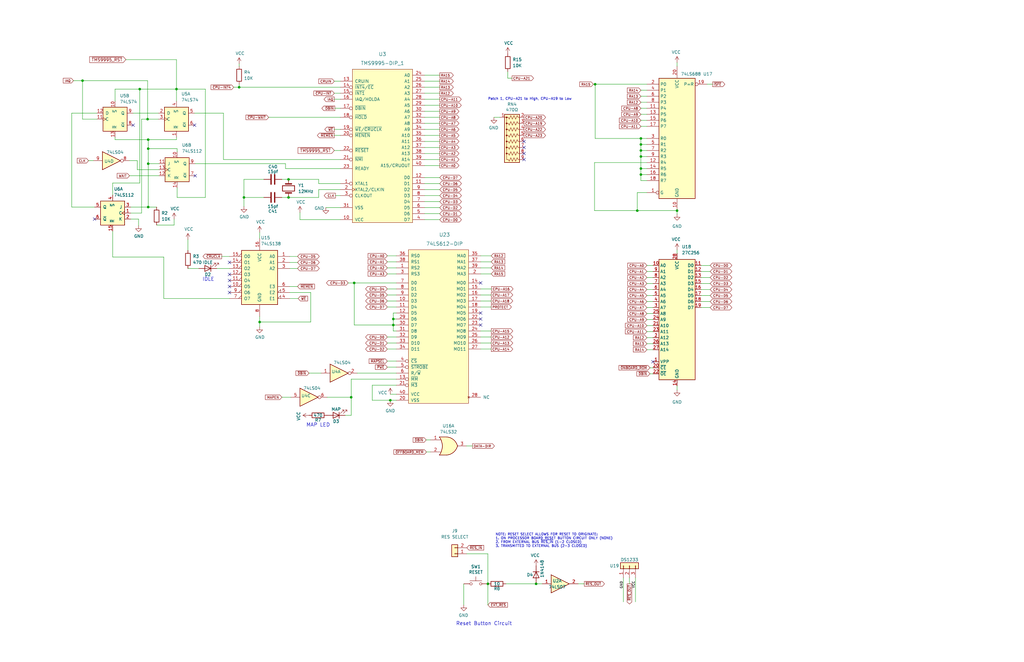
<source format=kicad_sch>
(kicad_sch (version 20211123) (generator eeschema)
  (paper "USLedger")
  (title_block (title "Duodyne TMS9995 CPU board") (date "2025-03-31") (rev "V1.1"))
  (lib_symbols
    (symbol "74xx:74LS04"
      (property "Reference" "U" (at 0 1.27 0))
      (property "Value" "74LS04" (at 0 -1.27 0))
      (symbol "74LS04_1_0"
        (pin input line (at -7.62 0 0) (length 3.81) (name "~") (number "1"))
        (pin output inverted (at 7.62 0 180) (length 3.81) (name "~") (number "2"))
      )
      (symbol "74LS04_2_0"
        (pin input line (at -7.62 0 0) (length 3.81) (name "~") (number "3"))
        (pin output inverted (at 7.62 0 180) (length 3.81) (name "~") (number "4"))
      )
      (symbol "74LS04_3_0"
        (pin input line (at -7.62 0 0) (length 3.81) (name "~") (number "5"))
        (pin output inverted (at 7.62 0 180) (length 3.81) (name "~") (number "6"))
      )
      (symbol "74LS04_4_0"
        (pin output inverted (at 7.62 0 180) (length 3.81) (name "~") (number "8"))
        (pin input line (at -7.62 0 0) (length 3.81) (name "~") (number "9"))
      )
      (symbol "74LS04_5_0"
        (pin output inverted (at 7.62 0 180) (length 3.81) (name "~") (number "10"))
        (pin input line (at -7.62 0 0) (length 3.81) (name "~") (number "11"))
      )
      (symbol "74LS04_6_0"
        (pin output inverted (at 7.62 0 180) (length 3.81) (name "~") (number "12"))
        (pin input line (at -7.62 0 0) (length 3.81) (name "~") (number "13"))
      )
      (symbol "74LS04_7_0"
        (pin power_in line (at 0 12.7 270) (length 5.08) (name "VCC") (number "14"))
        (pin power_in line (at 0 -12.7 90) (length 5.08) (name "GND") (number "7"))
      )
    )
    (symbol "74xx:74LS07" (pin_names (offset 1.016))
      (property "Reference" "U" (at 0 1.27 0))
      (property "Value" "74LS07" (at 0 -1.27 0))
      (symbol "74LS07_1_0"
        (pin input line (at -7.62 0 0) (length 3.81) (name "~") (number "1"))
        (pin open_collector line (at 7.62 0 180) (length 3.81) (name "~") (number "2"))
      )
      (symbol "74LS07_2_0"
        (pin input line (at -7.62 0 0) (length 3.81) (name "~") (number "3"))
        (pin open_collector line (at 7.62 0 180) (length 3.81) (name "~") (number "4"))
      )
      (symbol "74LS07_3_0"
        (pin input line (at -7.62 0 0) (length 3.81) (name "~") (number "5"))
        (pin open_collector line (at 7.62 0 180) (length 3.81) (name "~") (number "6"))
      )
      (symbol "74LS07_4_0"
        (pin open_collector line (at 7.62 0 180) (length 3.81) (name "~") (number "8"))
        (pin input line (at -7.62 0 0) (length 3.81) (name "~") (number "9"))
      )
      (symbol "74LS07_5_0"
        (pin open_collector line (at 7.62 0 180) (length 3.81) (name "~") (number "10"))
        (pin input line (at -7.62 0 0) (length 3.81) (name "~") (number "11"))
      )
      (symbol "74LS07_6_0"
        (pin open_collector line (at 7.62 0 180) (length 3.81) (name "~") (number "12"))
        (pin input line (at -7.62 0 0) (length 3.81) (name "~") (number "13"))
      )
      (symbol "74LS07_7_0"
        (pin power_in line (at 0 12.7 270) (length 5.08) (name "VCC") (number "14"))
        (pin power_in line (at 0 -12.7 90) (length 5.08) (name "GND") (number "7"))
      )
    )
    (symbol "74xx:74LS112" (pin_names (offset 1.016))
      (property "Reference" "U" (at -7.62 8.89 0))
      (property "Value" "74LS112" (at -7.62 -8.89 0))
      (symbol "74LS112_1_0"
        (pin input clock (at -7.62 0 0) (length 2.54) (name "C") (number "1"))
        (pin input line (at 0 -7.62 90) (length 2.54) (name "~{R}") (number "15"))
        (pin input line (at -7.62 -2.54 0) (length 2.54) (name "K") (number "2"))
        (pin input line (at -7.62 2.54 0) (length 2.54) (name "J") (number "3"))
        (pin input line (at 0 7.62 270) (length 2.54) (name "~{S}") (number "4"))
        (pin output line (at 7.62 2.54 180) (length 2.54) (name "Q") (number "5"))
        (pin output line (at 7.62 -2.54 180) (length 2.54) (name "~{Q}") (number "6"))
      )
      (symbol "74LS112_2_0"
        (pin input line (at 0 7.62 270) (length 2.54) (name "~{S}") (number "10"))
        (pin input line (at -7.62 2.54 0) (length 2.54) (name "J") (number "11"))
        (pin input line (at -7.62 -2.54 0) (length 2.54) (name "K") (number "12"))
        (pin input clock (at -7.62 0 0) (length 2.54) (name "C") (number "13"))
        (pin input line (at 0 -7.62 90) (length 2.54) (name "~{R}") (number "14"))
        (pin output line (at 7.62 -2.54 180) (length 2.54) (name "~{Q}") (number "7"))
        (pin output line (at 7.62 2.54 180) (length 2.54) (name "Q") (number "9"))
      )
      (symbol "74LS112_3_0"
        (pin power_in line (at 0 10.16 270) (length 2.54) (name "VCC") (number "16"))
        (pin power_in line (at 0 -10.16 90) (length 2.54) (name "GND") (number "8"))
      )
    )
    (symbol "74xx:74LS138" (pin_names (offset 1.016))
      (property "Reference" "U" (at -7.62 11.43 0))
      (property "Value" "74LS138" (at -7.62 -13.97 0))
      (symbol "74LS138_1_0"
        (pin input line (at -12.7 7.62 0) (length 5.08) (name "A0") (number "1"))
        (pin output output_low (at 12.7 -5.08 180) (length 5.08) (name "O5") (number "10"))
        (pin output output_low (at 12.7 -2.54 180) (length 5.08) (name "O4") (number "11"))
        (pin output output_low (at 12.7 0 180) (length 5.08) (name "O3") (number "12"))
        (pin output output_low (at 12.7 2.54 180) (length 5.08) (name "O2") (number "13"))
        (pin output output_low (at 12.7 5.08 180) (length 5.08) (name "O1") (number "14"))
        (pin output output_low (at 12.7 7.62 180) (length 5.08) (name "O0") (number "15"))
        (pin power_in line (at 0 15.24 270) (length 5.08) (name "VCC") (number "16"))
        (pin input line (at -12.7 5.08 0) (length 5.08) (name "A1") (number "2"))
        (pin input line (at -12.7 2.54 0) (length 5.08) (name "A2") (number "3"))
        (pin input input_low (at -12.7 -10.16 0) (length 5.08) (name "E1") (number "4"))
        (pin input input_low (at -12.7 -7.62 0) (length 5.08) (name "E2") (number "5"))
        (pin input line (at -12.7 -5.08 0) (length 5.08) (name "E3") (number "6"))
        (pin output output_low (at 12.7 -10.16 180) (length 5.08) (name "O7") (number "7"))
        (pin power_in line (at 0 -17.78 90) (length 5.08) (name "GND") (number "8"))
        (pin output output_low (at 12.7 -7.62 180) (length 5.08) (name "O6") (number "9"))
      )
    )
    (symbol "74xx:74LS32" (pin_names (offset 1.016))
      (property "Reference" "U" (at 0 1.27 0))
      (property "Value" "74LS32" (at 0 -1.27 0))
      (symbol "74LS32_1_1"
        (pin input line (at -7.62 2.54 0) (length 4.318) (name "~") (number "1"))
        (pin input line (at -7.62 -2.54 0) (length 4.318) (name "~") (number "2"))
        (pin output line (at 7.62 0 180) (length 3.81) (name "~") (number "3"))
      )
      (symbol "74LS32_1_2"
        (pin input inverted (at -7.62 2.54 0) (length 3.81) (name "~") (number "1"))
        (pin input inverted (at -7.62 -2.54 0) (length 3.81) (name "~") (number "2"))
        (pin output inverted (at 7.62 0 180) (length 3.81) (name "~") (number "3"))
      )
      (symbol "74LS32_2_1"
        (pin input line (at -7.62 2.54 0) (length 4.318) (name "~") (number "4"))
        (pin input line (at -7.62 -2.54 0) (length 4.318) (name "~") (number "5"))
        (pin output line (at 7.62 0 180) (length 3.81) (name "~") (number "6"))
      )
      (symbol "74LS32_2_2"
        (pin input inverted (at -7.62 2.54 0) (length 3.81) (name "~") (number "4"))
        (pin input inverted (at -7.62 -2.54 0) (length 3.81) (name "~") (number "5"))
        (pin output inverted (at 7.62 0 180) (length 3.81) (name "~") (number "6"))
      )
      (symbol "74LS32_3_1"
        (pin input line (at -7.62 -2.54 0) (length 4.318) (name "~") (number "10"))
        (pin output line (at 7.62 0 180) (length 3.81) (name "~") (number "8"))
        (pin input line (at -7.62 2.54 0) (length 4.318) (name "~") (number "9"))
      )
      (symbol "74LS32_3_2"
        (pin input inverted (at -7.62 -2.54 0) (length 3.81) (name "~") (number "10"))
        (pin output inverted (at 7.62 0 180) (length 3.81) (name "~") (number "8"))
        (pin input inverted (at -7.62 2.54 0) (length 3.81) (name "~") (number "9"))
      )
      (symbol "74LS32_4_1"
        (pin output line (at 7.62 0 180) (length 3.81) (name "~") (number "11"))
        (pin input line (at -7.62 2.54 0) (length 4.318) (name "~") (number "12"))
        (pin input line (at -7.62 -2.54 0) (length 4.318) (name "~") (number "13"))
      )
      (symbol "74LS32_4_2"
        (pin output inverted (at 7.62 0 180) (length 3.81) (name "~") (number "11"))
        (pin input inverted (at -7.62 2.54 0) (length 3.81) (name "~") (number "12"))
        (pin input inverted (at -7.62 -2.54 0) (length 3.81) (name "~") (number "13"))
      )
      (symbol "74LS32_5_0"
        (pin power_in line (at 0 12.7 270) (length 5.08) (name "VCC") (number "14"))
        (pin power_in line (at 0 -12.7 90) (length 5.08) (name "GND") (number "7"))
      )
    )
    (symbol "74xx:74LS688"
      (property "Reference" "U" (at -7.62 26.67 0))
      (property "Value" "74LS688" (at -7.62 -26.67 0))
      (symbol "74LS688_1_0"
        (pin input inverted (at -12.7 -22.86 0) (length 5.08) (name "G") (number "1"))
        (pin power_in line (at 0 -30.48 90) (length 5.08) (name "GND") (number "10"))
        (pin input line (at -12.7 12.7 0) (length 5.08) (name "P4") (number "11"))
        (pin input line (at -12.7 -10.16 0) (length 5.08) (name "R4") (number "12"))
        (pin input line (at -12.7 10.16 0) (length 5.08) (name "P5") (number "13"))
        (pin input line (at -12.7 -12.7 0) (length 5.08) (name "R5") (number "14"))
        (pin input line (at -12.7 7.62 0) (length 5.08) (name "P6") (number "15"))
        (pin input line (at -12.7 -15.24 0) (length 5.08) (name "R6") (number "16"))
        (pin input line (at -12.7 5.08 0) (length 5.08) (name "P7") (number "17"))
        (pin input line (at -12.7 -17.78 0) (length 5.08) (name "R7") (number "18"))
        (pin output inverted (at 12.7 22.86 180) (length 5.08) (name "P=R") (number "19"))
        (pin input line (at -12.7 22.86 0) (length 5.08) (name "P0") (number "2"))
        (pin power_in line (at 0 30.48 270) (length 5.08) (name "VCC") (number "20"))
        (pin input line (at -12.7 0 0) (length 5.08) (name "R0") (number "3"))
        (pin input line (at -12.7 20.32 0) (length 5.08) (name "P1") (number "4"))
        (pin input line (at -12.7 -2.54 0) (length 5.08) (name "R1") (number "5"))
        (pin input line (at -12.7 17.78 0) (length 5.08) (name "P2") (number "6"))
        (pin input line (at -12.7 -5.08 0) (length 5.08) (name "R2") (number "7"))
        (pin input line (at -12.7 15.24 0) (length 5.08) (name "P3") (number "8"))
        (pin input line (at -12.7 -7.62 0) (length 5.08) (name "R3") (number "9"))
      )
    )
    (symbol "74xx:74LS74" (pin_names (offset 1.016))
      (property "Reference" "U" (at -7.62 8.89 0))
      (property "Value" "74LS74" (at -7.62 -8.89 0))
      (symbol "74LS74_1_0"
        (pin input line (at 0 -7.62 90) (length 2.54) (name "~{R}") (number "1"))
        (pin input line (at -7.62 2.54 0) (length 2.54) (name "D") (number "2"))
        (pin input clock (at -7.62 0 0) (length 2.54) (name "C") (number "3"))
        (pin input line (at 0 7.62 270) (length 2.54) (name "~{S}") (number "4"))
        (pin output line (at 7.62 2.54 180) (length 2.54) (name "Q") (number "5"))
        (pin output line (at 7.62 -2.54 180) (length 2.54) (name "~{Q}") (number "6"))
      )
      (symbol "74LS74_2_0"
        (pin input line (at 0 7.62 270) (length 2.54) (name "~{S}") (number "10"))
        (pin input clock (at -7.62 0 0) (length 2.54) (name "C") (number "11"))
        (pin input line (at -7.62 2.54 0) (length 2.54) (name "D") (number "12"))
        (pin input line (at 0 -7.62 90) (length 2.54) (name "~{R}") (number "13"))
        (pin output line (at 7.62 -2.54 180) (length 2.54) (name "~{Q}") (number "8"))
        (pin output line (at 7.62 2.54 180) (length 2.54) (name "Q") (number "9"))
      )
      (symbol "74LS74_3_0"
        (pin power_in line (at 0 10.16 270) (length 2.54) (name "VCC") (number "14"))
        (pin power_in line (at 0 -10.16 90) (length 2.54) (name "GND") (number "7"))
      )
    )
    (symbol "CUSTOM_LIB:74LS612-DIP" (pin_names (offset 1.016))
      (property "Reference" "IC2" (at 15.24 6.35 0))
      (property "Value" "74LS612-DIP" (at 15.24 2.54 0))
      (symbol "74LS612-DIP_1_0"
        (pin input line (at -5.08 -7.62 0) (length 5.08) (name "RS2") (number "1"))
        (pin bidirectional line (at -5.08 -21.59 0) (length 5.08) (name "D3") (number "10"))
        (pin bidirectional line (at -5.08 -24.13 0) (length 5.08) (name "D4") (number "11"))
        (pin bidirectional line (at -5.08 -26.67 0) (length 5.08) (name "D5") (number "12"))
        (pin input inverted (at -5.08 -54.61 0) (length 5.08) (name "~{MM}") (number "13"))
        (pin output line (at 30.48 -13.97 180) (length 5.08) (name "MO0") (number "14"))
        (pin output line (at 30.48 -16.51 180) (length 5.08) (name "MO1") (number "15"))
        (pin output line (at 30.48 -19.05 180) (length 5.08) (name "MO2") (number "16"))
        (pin output line (at 30.48 -21.59 180) (length 5.08) (name "MO3") (number "17"))
        (pin output line (at 30.48 -24.13 180) (length 5.08) (name "MO4") (number "18"))
        (pin output line (at 30.48 -26.67 180) (length 5.08) (name "MO5") (number "19"))
        (pin input line (at 30.48 -10.16 180) (length 5.08) (name "MA3") (number "2"))
        (pin power_in line (at -5.08 -63.5 0) (length 5.08) (name "VSS") (number "20"))
        (pin input inverted (at -5.08 -57.15 0) (length 5.08) (name "~{M3}") (number "21"))
        (pin output line (at 30.48 -29.21 180) (length 5.08) (name "MO6") (number "22"))
        (pin output line (at 30.48 -31.75 180) (length 5.08) (name "MO7") (number "23"))
        (pin output line (at 30.48 -34.29 180) (length 5.08) (name "MO8") (number "24"))
        (pin output line (at 30.48 -36.83 180) (length 5.08) (name "MO9") (number "25"))
        (pin output line (at 30.48 -39.37 180) (length 5.08) (name "MO10") (number "26"))
        (pin output line (at 30.48 -41.91 180) (length 5.08) (name "MO11") (number "27"))
        (pin no_connect line (at 25.4 -62.23 0) (length 5.08) (name "NC") (number "28"))
        (pin bidirectional line (at -5.08 -29.21 0) (length 5.08) (name "D6") (number "29"))
        (pin input line (at -5.08 -10.16 0) (length 5.08) (name "RS3") (number "3"))
        (pin bidirectional line (at -5.08 -31.75 0) (length 5.08) (name "D7") (number "30"))
        (pin bidirectional line (at -5.08 -34.29 0) (length 5.08) (name "D8") (number "31"))
        (pin input line (at -5.08 -36.83 0) (length 5.08) (name "D9") (number "32"))
        (pin input line (at -5.08 -39.37 0) (length 5.08) (name "D10") (number "33"))
        (pin input line (at -5.08 -41.91 0) (length 5.08) (name "D11") (number "34"))
        (pin input line (at 30.48 -2.54 180) (length 5.08) (name "MA0") (number "35"))
        (pin input line (at -5.08 -2.54 0) (length 5.08) (name "RS0") (number "36"))
        (pin input line (at 30.48 -5.08 180) (length 5.08) (name "MA1") (number "37"))
        (pin input line (at -5.08 -5.08 0) (length 5.08) (name "RS1") (number "38"))
        (pin input line (at 30.48 -7.62 180) (length 5.08) (name "MA2") (number "39"))
        (pin input inverted (at -5.08 -46.99 0) (length 5.08) (name "~{CS}") (number "4"))
        (pin power_in line (at -5.08 -60.96 0) (length 5.08) (name "VCC") (number "40"))
        (pin input inverted (at -5.08 -49.53 0) (length 5.08) (name "~{STROBE}") (number "5"))
        (pin input line (at -5.08 -52.07 0) (length 5.08) (name "R/~{W}") (number "6"))
        (pin bidirectional line (at -5.08 -13.97 0) (length 5.08) (name "D0") (number "7"))
        (pin bidirectional line (at -5.08 -16.51 0) (length 5.08) (name "D1") (number "8"))
        (pin bidirectional line (at -5.08 -19.05 0) (length 5.08) (name "D2") (number "9"))
      )
    )
    (symbol "CUSTOM_LIB:TMS9995-DIP_1" (pin_names (offset 1.016))
      (property "Reference" "IC1" (at 12.7 5.715 0))
      (property "Value" "TMS9995-DIP_1" (at 12.7 1.905 0))
      (symbol "TMS9995-DIP_1_1_0"
        (pin input inverted (at -5.08 -48.26 0) (length 5.08) (name "XTAL1") (number "1"))
        (pin power_in line (at -5.08 -63.5 0) (length 5.08) (name "VCC") (number "10"))
        (pin bidirectional line (at 30.48 -48.26 180) (length 5.08) (name "D1") (number "11"))
        (pin bidirectional line (at 30.48 -45.72 180) (length 5.08) (name "D0") (number "12"))
        (pin input line (at -5.08 -5.08 0) (length 5.08) (name "CRUIN") (number "13"))
        (pin input inverted (at -5.08 -7.62 0) (length 5.08) (name "~{INT4}/~{EC}") (number "14"))
        (pin input inverted (at -5.08 -10.16 0) (length 5.08) (name "~{INT1}") (number "15"))
        (pin output line (at -5.08 -12.7 0) (length 5.08) (name "IAQ/HOLDA") (number "16"))
        (pin input inverted (at -5.08 -16.51 0) (length 5.08) (name "~{DBIN}") (number "17"))
        (pin input inverted (at -5.08 -20.32 0) (length 5.08) (name "~{HOLD}") (number "18"))
        (pin output inverted (at -5.08 -25.4 0) (length 5.08) (name "~{WE}/~{CRUCLK}") (number "19"))
        (pin input clock (at -5.08 -50.8 0) (length 5.08) (name "XTAL2/CLKIN") (number "2"))
        (pin output inverted (at -5.08 -27.94 0) (length 5.08) (name "~{MENEN}") (number "20"))
        (pin input inverted (at -5.08 -38.1 0) (length 5.08) (name "~{NMI}") (number "21"))
        (pin input inverted (at -5.08 -34.29 0) (length 5.08) (name "~{RESET}") (number "22"))
        (pin input line (at -5.08 -41.91 0) (length 5.08) (name "READY") (number "23"))
        (pin output line (at 30.48 -2.54 180) (length 5.08) (name "A0") (number "24"))
        (pin output line (at 30.48 -5.08 180) (length 5.08) (name "A1") (number "25"))
        (pin output line (at 30.48 -7.62 180) (length 5.08) (name "A2") (number "26"))
        (pin output line (at 30.48 -10.16 180) (length 5.08) (name "A3") (number "27"))
        (pin output line (at 30.48 -12.7 180) (length 5.08) (name "A4") (number "28"))
        (pin output line (at 30.48 -15.24 180) (length 5.08) (name "A5") (number "29"))
        (pin output inverted (at -5.08 -53.34 0) (length 5.08) (name "CLKOUT") (number "3"))
        (pin output line (at 30.48 -17.78 180) (length 5.08) (name "A6") (number "30"))
        (pin power_in line (at -5.08 -58.42 0) (length 5.08) (name "VSS") (number "31"))
        (pin output line (at 30.48 -20.32 180) (length 5.08) (name "A7") (number "32"))
        (pin output line (at 30.48 -22.86 180) (length 5.08) (name "A8") (number "33"))
        (pin output line (at 30.48 -25.4 180) (length 5.08) (name "A9") (number "34"))
        (pin output line (at 30.48 -27.94 180) (length 5.08) (name "A10") (number "35"))
        (pin output line (at 30.48 -30.48 180) (length 5.08) (name "A11") (number "36"))
        (pin output line (at 30.48 -33.02 180) (length 5.08) (name "A12") (number "37"))
        (pin output line (at 30.48 -35.56 180) (length 5.08) (name "A13") (number "38"))
        (pin output line (at 30.48 -38.1 180) (length 5.08) (name "A14") (number "39"))
        (pin bidirectional line (at 30.48 -63.5 180) (length 5.08) (name "D7") (number "4"))
        (pin output line (at 30.48 -40.64 180) (length 5.08) (name "A15/CRUOUT") (number "40"))
        (pin bidirectional line (at 30.48 -60.96 180) (length 5.08) (name "D6") (number "5"))
        (pin bidirectional line (at 30.48 -58.42 180) (length 5.08) (name "D5") (number "6"))
        (pin bidirectional line (at 30.48 -55.88 180) (length 5.08) (name "D4") (number "7"))
        (pin bidirectional line (at 30.48 -53.34 180) (length 5.08) (name "D3") (number "8"))
        (pin bidirectional line (at 30.48 -50.8 180) (length 5.08) (name "D2") (number "9"))
      )
    )
    (symbol "Connector_Generic:Conn_01x02" (pin_names (offset 1.016) hide)
      (property "Reference" "J" (at 0 2.54 0))
      (property "Value" "Conn_01x02" (at 0 -5.08 0))
      (symbol "Conn_01x02_1_1"
        (pin passive line (at -5.08 0 0) (length 3.81) (name "Pin_1") (number "1"))
        (pin passive line (at -5.08 -2.54 0) (length 3.81) (name "Pin_2") (number "2"))
      )
    )
    (symbol "Connector_Generic:Conn_01x03" (pin_names (offset 1.016) hide)
      (property "Reference" "J" (at 0 5.08 0))
      (property "Value" "Conn_01x03" (at 0 -5.08 0))
      (symbol "Conn_01x03_1_1"
        (pin passive line (at -5.08 2.54 0) (length 3.81) (name "Pin_1") (number "1"))
        (pin passive line (at -5.08 0 0) (length 3.81) (name "Pin_2") (number "2"))
        (pin passive line (at -5.08 -2.54 0) (length 3.81) (name "Pin_3") (number "3"))
      )
    )
    (symbol "Device:C" (pin_numbers hide) (pin_names (offset 0.254))
      (property "Reference" "C" (at 0.635 2.54 0))
      (property "Value" "C" (at 0.635 -2.54 0))
      (symbol "C_1_1"
        (pin passive line (at 0 3.81 270) (length 2.794) (name "~") (number "1"))
        (pin passive line (at 0 -3.81 90) (length 2.794) (name "~") (number "2"))
      )
    )
    (symbol "Device:Crystal" (pin_numbers hide) (pin_names (offset 1.016) hide)
      (property "Reference" "Y" (at 0 3.81 0))
      (property "Value" "Crystal" (at 0 -3.81 0))
      (symbol "Crystal_1_1"
        (pin passive line (at -3.81 0 0) (length 1.27) (name "1") (number "1"))
        (pin passive line (at 3.81 0 180) (length 1.27) (name "2") (number "2"))
      )
    )
    (symbol "Device:LED" (pin_numbers hide) (pin_names (offset 1.016) hide)
      (property "Reference" "D" (at 0 2.54 0))
      (property "Value" "LED" (at 0 -2.54 0))
      (symbol "LED_1_1"
        (pin passive line (at -3.81 0 0) (length 2.54) (name "K") (number "1"))
        (pin passive line (at 3.81 0 180) (length 2.54) (name "A") (number "2"))
      )
    )
    (symbol "Device:R" (pin_numbers hide) (pin_names (offset 0))
      (property "Reference" "R" (at 2.032 0 90))
      (property "Value" "R" (at 0 0 90))
      (symbol "R_1_1"
        (pin passive line (at 0 3.81 270) (length 1.27) (name "~") (number "1"))
        (pin passive line (at 0 -3.81 90) (length 1.27) (name "~") (number "2"))
      )
    )
    (symbol "Device:R_Network08_US" (pin_names (offset 0) hide)
      (property "Reference" "RN" (at -12.7 0 90))
      (property "Value" "R_Network08_US" (at 10.16 0 90))
      (symbol "R_Network08_US_1_1"
        (pin passive line (at -10.16 5.08 270) (length 2.54) (name "common") (number "1"))
        (pin passive line (at -10.16 -5.08 90) (length 1.27) (name "R1") (number "2"))
        (pin passive line (at -7.62 -5.08 90) (length 1.27) (name "R2") (number "3"))
        (pin passive line (at -5.08 -5.08 90) (length 1.27) (name "R3") (number "4"))
        (pin passive line (at -2.54 -5.08 90) (length 1.27) (name "R4") (number "5"))
        (pin passive line (at 0 -5.08 90) (length 1.27) (name "R5") (number "6"))
        (pin passive line (at 2.54 -5.08 90) (length 1.27) (name "R6") (number "7"))
        (pin passive line (at 5.08 -5.08 90) (length 1.27) (name "R7") (number "8"))
        (pin passive line (at 7.62 -5.08 90) (length 1.27) (name "R8") (number "9"))
      )
    )
    (symbol "Diode:1N4148" (pin_numbers hide) (pin_names hide)
      (property "Reference" "D" (at 0 2.54 0))
      (property "Value" "1N4148" (at 0 -2.54 0))
      (symbol "1N4148_1_1"
        (pin passive line (at -3.81 0 0) (length 2.54) (name "K") (number "1"))
        (pin passive line (at 3.81 0 180) (length 2.54) (name "A") (number "2"))
      )
    )
    (symbol "Memory_EPROM:27C256"
      (property "Reference" "U" (at -7.62 26.67 0))
      (property "Value" "27C256" (at 2.54 -26.67 0))
      (symbol "27C256_1_1"
        (pin input line (at -10.16 -17.78 0) (length 2.54) (name "VPP") (number "1"))
        (pin input line (at -10.16 22.86 0) (length 2.54) (name "A0") (number "10"))
        (pin tri_state line (at 10.16 22.86 180) (length 2.54) (name "D0") (number "11"))
        (pin tri_state line (at 10.16 20.32 180) (length 2.54) (name "D1") (number "12"))
        (pin tri_state line (at 10.16 17.78 180) (length 2.54) (name "D2") (number "13"))
        (pin power_in line (at 0 -27.94 90) (length 2.54) (name "GND") (number "14"))
        (pin tri_state line (at 10.16 15.24 180) (length 2.54) (name "D3") (number "15"))
        (pin tri_state line (at 10.16 12.7 180) (length 2.54) (name "D4") (number "16"))
        (pin tri_state line (at 10.16 10.16 180) (length 2.54) (name "D5") (number "17"))
        (pin tri_state line (at 10.16 7.62 180) (length 2.54) (name "D6") (number "18"))
        (pin tri_state line (at 10.16 5.08 180) (length 2.54) (name "D7") (number "19"))
        (pin input line (at -10.16 -7.62 0) (length 2.54) (name "A12") (number "2"))
        (pin input line (at -10.16 -20.32 0) (length 2.54) (name "~{CE}") (number "20"))
        (pin input line (at -10.16 -2.54 0) (length 2.54) (name "A10") (number "21"))
        (pin input line (at -10.16 -22.86 0) (length 2.54) (name "~{OE}") (number "22"))
        (pin input line (at -10.16 -5.08 0) (length 2.54) (name "A11") (number "23"))
        (pin input line (at -10.16 0 0) (length 2.54) (name "A9") (number "24"))
        (pin input line (at -10.16 2.54 0) (length 2.54) (name "A8") (number "25"))
        (pin input line (at -10.16 -10.16 0) (length 2.54) (name "A13") (number "26"))
        (pin input line (at -10.16 -12.7 0) (length 2.54) (name "A14") (number "27"))
        (pin power_in line (at 0 27.94 270) (length 2.54) (name "VCC") (number "28"))
        (pin input line (at -10.16 5.08 0) (length 2.54) (name "A7") (number "3"))
        (pin input line (at -10.16 7.62 0) (length 2.54) (name "A6") (number "4"))
        (pin input line (at -10.16 10.16 0) (length 2.54) (name "A5") (number "5"))
        (pin input line (at -10.16 12.7 0) (length 2.54) (name "A4") (number "6"))
        (pin input line (at -10.16 15.24 0) (length 2.54) (name "A3") (number "7"))
        (pin input line (at -10.16 17.78 0) (length 2.54) (name "A2") (number "8"))
        (pin input line (at -10.16 20.32 0) (length 2.54) (name "A1") (number "9"))
      )
    )
    (symbol "Switch:SW_Push" (pin_numbers hide) (pin_names (offset 1.016) hide)
      (property "Reference" "SW" (at 1.27 2.54 0))
      (property "Value" "SW_Push" (at 0 -1.524 0))
      (symbol "SW_Push_0_1"
        (pin passive line (at -5.08 0 0) (length 2.54) (name "1") (number "1"))
        (pin passive line (at 5.08 0 180) (length 2.54) (name "2") (number "2"))
      )
    )
    (symbol "power:GND" (power) (pin_names (offset 0))
      (property "Value" "GND" (at 0 -3.81 0))
      (symbol "GND_1_1"
        (pin power_in line (at 0 0 270) (length 0) hide (name "GND") (number "1"))
      )
    )
    (symbol "power:VCC" (power) (pin_names (offset 0))
      (property "Value" "VCC" (at 0 3.81 0))
      (symbol "VCC_1_1"
        (pin power_in line (at 0 0 90) (length 0) hide (name "VCC") (number "1"))
      )
    )
  )
  (junction (at 226.06 246.38))
  (junction (at 62.484 62.738))
  (junction (at 165.862 137.16))
  (junction (at 165.862 134.62))
  (junction (at 62.484 87.376))
  (junction (at 100.838 36.83))
  (junction (at 270.256 63.5))
  (junction (at 121.666 75.692))
  (junction (at 164.592 168.91))
  (junction (at 62.484 58.928))
  (junction (at 109.474 135.89))
  (junction (at 62.23 50.292))
  (junction (at 270.256 58.42))
  (junction (at 250.952 35.56))
  (junction (at 205.74 246.38))
  (junction (at 285.496 88.9))
  (junction (at 102.87 83.312))
  (junction (at 148.082 167.64))
  (junction (at 121.666 83.312))
  (junction (at 74.422 37.592))
  (junction (at 270.256 66.04))
  (junction (at 270.256 71.12))
  (junction (at 270.256 60.96))
  (junction (at 58.928 37.592))
  (junction (at 34.798 34.036))
  (junction (at 62.484 69.088))
  (junction (at 268.732 88.9))
  (junction (at 149.352 119.38))
  (junction (at 270.256 73.66))
  (no_connect (at 82.042 52.832))
  (no_connect (at 202.692 134.62))
  (no_connect (at 220.98 67.31))
  (no_connect (at 202.692 137.16))
  (no_connect (at 96.774 120.904))
  (no_connect (at 56.134 52.832))
  (no_connect (at 275.336 152.654))
  (no_connect (at 220.98 62.23))
  (no_connect (at 202.692 132.08))
  (no_connect (at 202.692 119.38))
  (no_connect (at 96.774 118.364))
  (no_connect (at 220.98 64.77))
  (no_connect (at 96.774 110.744))
  (no_connect (at 220.98 59.69))
  (no_connect (at 96.774 115.824))
  (no_connect (at 39.878 92.456))
  (no_connect (at 96.774 123.444))
  (no_connect (at 82.296 74.168))
  (wire (pts (xy 179.07 77.47) (xy 185.42 77.47)))
  (wire (pts (xy 179.07 90.17) (xy 185.42 90.17)))
  (wire (pts (xy 270.256 40.64) (xy 272.796 40.64)))
  (wire (pts (xy 120.396 71.12) (xy 120.396 69.088)))
  (wire (pts (xy 122.174 120.904) (xy 125.476 120.904)))
  (wire (pts (xy 74.422 57.912) (xy 74.422 58.928)))
  (wire (pts (xy 272.796 147.574) (xy 275.336 147.574)))
  (wire (pts (xy 179.07 44.45) (xy 185.42 44.45)))
  (wire (pts (xy 126.492 92.71) (xy 143.51 92.71)))
  (wire (pts (xy 113.284 49.53) (xy 143.51 49.53)))
  (wire (pts (xy 47.498 82.296) (xy 47.498 77.216)))
  (wire (pts (xy 111.252 75.692) (xy 102.87 75.692)))
  (wire (pts (xy 141.478 82.55) (xy 143.51 82.55)))
  (wire (pts (xy 34.798 34.036) (xy 62.23 34.036)))
  (wire (pts (xy 140.97 41.91) (xy 143.51 41.91)))
  (wire (pts (xy 67.056 71.628) (xy 57.912 71.628)))
  (wire (pts (xy 205.74 233.68) (xy 205.74 246.38)))
  (wire (pts (xy 202.692 147.32) (xy 207.137 147.32)))
  (wire (pts (xy 148.082 167.64) (xy 148.082 175.26)))
  (wire (pts (xy 91.44 113.284) (xy 96.774 113.284)))
  (wire (pts (xy 74.422 37.592) (xy 74.422 25.146)))
  (wire (pts (xy 100.838 26.924) (xy 100.838 27.94)))
  (wire (pts (xy 37.338 67.818) (xy 39.37 67.818)))
  (wire (pts (xy 272.796 134.874) (xy 275.336 134.874)))
  (wire (pts (xy 74.422 37.592) (xy 86.614 37.592)))
  (wire (pts (xy 140.97 63.5) (xy 143.51 63.5)))
  (wire (pts (xy 179.07 52.07) (xy 185.42 52.07)))
  (wire (pts (xy 270.256 53.34) (xy 272.796 53.34)))
  (wire (pts (xy 265.43 246.38) (xy 265.43 243.84)))
  (wire (pts (xy 165.862 134.62) (xy 167.132 134.62)))
  (wire (pts (xy 214.122 30.226) (xy 214.122 33.02)))
  (wire (pts (xy 179.07 64.77) (xy 185.42 64.77)))
  (wire (pts (xy 134.366 77.47) (xy 134.366 75.692)))
  (wire (pts (xy 69.088 125.984) (xy 96.774 125.984)))
  (wire (pts (xy 295.656 117.094) (xy 299.466 117.094)))
  (wire (pts (xy 163.322 152.4) (xy 167.132 152.4)))
  (wire (pts (xy 202.692 115.57) (xy 207.137 115.57)))
  (wire (pts (xy 270.256 58.42) (xy 272.796 58.42)))
  (wire (pts (xy 272.796 142.494) (xy 275.336 142.494)))
  (wire (pts (xy 118.872 83.312) (xy 121.666 83.312)))
  (wire (pts (xy 179.07 59.69) (xy 185.42 59.69)))
  (wire (pts (xy 272.796 129.794) (xy 275.336 129.794)))
  (wire (pts (xy 109.474 133.604) (xy 109.474 135.89)))
  (wire (pts (xy 156.972 162.56) (xy 156.972 168.91)))
  (wire (pts (xy 74.676 83.312) (xy 74.676 79.248)))
  (wire (pts (xy 94.234 47.752) (xy 82.042 47.752)))
  (wire (pts (xy 163.322 147.32) (xy 167.132 147.32)))
  (wire (pts (xy 179.07 69.85) (xy 185.42 69.85)))
  (wire (pts (xy 122.174 108.204) (xy 125.476 108.204)))
  (wire (pts (xy 47.498 77.216) (xy 58.928 77.216)))
  (wire (pts (xy 66.04 94.996) (xy 73.406 94.996)))
  (wire (pts (xy 148.082 160.02) (xy 148.082 167.64)))
  (wire (pts (xy 295.656 114.554) (xy 299.466 114.554)))
  (wire (pts (xy 272.796 60.96) (xy 270.256 60.96)))
  (wire (pts (xy 270.256 50.8) (xy 272.796 50.8)))
  (wire (pts (xy 295.656 129.794) (xy 299.466 129.794)))
  (wire (pts (xy 137.922 167.64) (xy 148.082 167.64)))
  (wire (pts (xy 134.366 75.692) (xy 121.666 75.692)))
  (wire (pts (xy 202.692 139.7) (xy 207.137 139.7)))
  (wire (pts (xy 202.692 129.54) (xy 207.137 129.54)))
  (wire (pts (xy 130.302 157.48) (xy 135.382 157.48)))
  (wire (pts (xy 122.174 125.984) (xy 125.73 125.984)))
  (wire (pts (xy 272.796 63.5) (xy 270.256 63.5)))
  (wire (pts (xy 202.692 107.95) (xy 207.137 107.95)))
  (wire (pts (xy 272.796 124.714) (xy 275.336 124.714)))
  (wire (pts (xy 145.542 175.26) (xy 148.082 175.26)))
  (wire (pts (xy 109.474 135.89) (xy 109.474 137.922)))
  (wire (pts (xy 163.322 115.57) (xy 167.132 115.57)))
  (wire (pts (xy 74.676 62.738) (xy 62.484 62.738)))
  (wire (pts (xy 62.484 69.088) (xy 62.484 87.376)))
  (wire (pts (xy 179.07 74.93) (xy 185.42 74.93)))
  (wire (pts (xy 272.796 139.954) (xy 275.336 139.954)))
  (wire (pts (xy 272.796 35.56) (xy 250.952 35.56)))
  (wire (pts (xy 74.676 64.008) (xy 74.676 62.738)))
  (wire (pts (xy 62.484 69.088) (xy 67.056 69.088)))
  (wire (pts (xy 30.226 87.376) (xy 30.226 47.752)))
  (wire (pts (xy 55.118 87.376) (xy 62.484 87.376)))
  (wire (pts (xy 205.74 233.68) (xy 196.85 233.68)))
  (wire (pts (xy 262.89 243.84) (xy 262.89 254)))
  (wire (pts (xy 163.322 142.24) (xy 167.132 142.24)))
  (wire (pts (xy 272.796 122.174) (xy 275.336 122.174)))
  (wire (pts (xy 196.723 188.214) (xy 199.263 188.214)))
  (wire (pts (xy 179.07 87.63) (xy 185.42 87.63)))
  (wire (pts (xy 272.796 112.014) (xy 275.336 112.014)))
  (wire (pts (xy 298.196 35.56) (xy 300.482 35.56)))
  (wire (pts (xy 270.256 48.26) (xy 272.796 48.26)))
  (wire (pts (xy 272.796 66.04) (xy 270.256 66.04)))
  (wire (pts (xy 34.798 50.292) (xy 34.798 34.036)))
  (wire (pts (xy 30.226 47.752) (xy 40.894 47.752)))
  (wire (pts (xy 47.498 97.536) (xy 47.498 108.458)))
  (wire (pts (xy 58.42 92.456) (xy 58.42 95.25)))
  (wire (pts (xy 179.07 39.37) (xy 185.42 39.37)))
  (wire (pts (xy 156.972 168.91) (xy 164.592 168.91)))
  (wire (pts (xy 205.74 246.38) (xy 205.74 255.27)))
  (wire (pts (xy 134.366 83.312) (xy 121.666 83.312)))
  (wire (pts (xy 163.322 124.46) (xy 167.132 124.46)))
  (wire (pts (xy 272.796 76.2) (xy 270.256 76.2)))
  (wire (pts (xy 285.496 88.9) (xy 285.496 90.424)))
  (wire (pts (xy 165.862 137.16) (xy 167.132 137.16)))
  (wire (pts (xy 163.322 154.94) (xy 167.132 154.94)))
  (wire (pts (xy 165.862 134.62) (xy 165.862 132.08)))
  (wire (pts (xy 270.256 63.5) (xy 270.256 60.96)))
  (wire (pts (xy 268.732 88.9) (xy 285.496 88.9)))
  (wire (pts (xy 215.9 33.02) (xy 214.122 33.02)))
  (wire (pts (xy 93.472 108.204) (xy 96.774 108.204)))
  (wire (pts (xy 141.224 45.72) (xy 143.51 45.72)))
  (wire (pts (xy 111.252 83.312) (xy 102.87 83.312)))
  (wire (pts (xy 270.256 43.18) (xy 272.796 43.18)))
  (wire (pts (xy 62.484 62.738) (xy 62.484 69.088)))
  (wire (pts (xy 179.07 82.55) (xy 185.42 82.55)))
  (wire (pts (xy 202.692 144.78) (xy 207.137 144.78)))
  (wire (pts (xy 202.692 124.46) (xy 207.137 124.46)))
  (wire (pts (xy 149.352 119.38) (xy 149.352 137.16)))
  (wire (pts (xy 164.592 168.91) (xy 167.132 168.91)))
  (wire (pts (xy 122.174 123.444) (xy 131.064 123.444)))
  (wire (pts (xy 179.07 41.91) (xy 185.42 41.91)))
  (wire (pts (xy 285.496 105.41) (xy 285.496 106.934)))
  (wire (pts (xy 163.322 113.03) (xy 167.132 113.03)))
  (wire (pts (xy 143.51 71.12) (xy 120.396 71.12)))
  (wire (pts (xy 102.87 75.692) (xy 102.87 83.312)))
  (wire (pts (xy 94.234 67.31) (xy 143.51 67.31)))
  (wire (pts (xy 250.19 35.56) (xy 250.952 35.56)))
  (wire (pts (xy 272.796 132.334) (xy 275.336 132.334)))
  (wire (pts (xy 126.492 89.662) (xy 126.492 92.71)))
  (wire (pts (xy 272.796 137.414) (xy 275.336 137.414)))
  (wire (pts (xy 163.322 127) (xy 167.132 127)))
  (wire (pts (xy 295.656 112.014) (xy 299.466 112.014)))
  (wire (pts (xy 272.796 68.58) (xy 250.698 68.58)))
  (wire (pts (xy 272.796 81.28) (xy 268.732 81.28)))
  (wire (pts (xy 48.514 37.592) (xy 58.928 37.592)))
  (wire (pts (xy 179.07 46.99) (xy 185.42 46.99)))
  (wire (pts (xy 295.656 127.254) (xy 299.466 127.254)))
  (wire (pts (xy 149.352 119.38) (xy 167.132 119.38)))
  (wire (pts (xy 165.862 132.08) (xy 167.132 132.08)))
  (wire (pts (xy 179.07 57.15) (xy 185.42 57.15)))
  (wire (pts (xy 57.912 71.628) (xy 57.912 67.818)))
  (wire (pts (xy 62.484 87.376) (xy 66.04 87.376)))
  (wire (pts (xy 140.97 54.61) (xy 143.51 54.61)))
  (wire (pts (xy 62.484 58.928) (xy 48.514 58.928)))
  (wire (pts (xy 62.484 58.928) (xy 62.484 62.738)))
  (wire (pts (xy 47.498 108.458) (xy 69.088 108.458)))
  (wire (pts (xy 74.422 58.928) (xy 62.484 58.928)))
  (wire (pts (xy 295.656 124.714) (xy 299.466 124.714)))
  (wire (pts (xy 40.894 50.292) (xy 34.798 50.292)))
  (wire (pts (xy 270.256 38.1) (xy 272.796 38.1)))
  (wire (pts (xy 179.07 36.83) (xy 185.42 36.83)))
  (wire (pts (xy 285.496 162.814) (xy 285.496 164.592)))
  (wire (pts (xy 179.07 49.53) (xy 185.42 49.53)))
  (wire (pts (xy 122.174 110.744) (xy 125.476 110.744)))
  (wire (pts (xy 74.422 42.672) (xy 74.422 37.592)))
  (wire (pts (xy 285.496 26.416) (xy 285.496 27.94)))
  (wire (pts (xy 179.705 185.674) (xy 181.483 185.674)))
  (wire (pts (xy 202.692 110.49) (xy 207.137 110.49)))
  (wire (pts (xy 267.97 243.84) (xy 267.97 254)))
  (wire (pts (xy 73.406 92.456) (xy 73.406 94.996)))
  (wire (pts (xy 179.832 190.754) (xy 181.483 190.754)))
  (wire (pts (xy 167.132 139.7) (xy 165.862 139.7)))
  (wire (pts (xy 272.796 127.254) (xy 275.336 127.254)))
  (wire (pts (xy 272.796 71.12) (xy 270.256 71.12)))
  (wire (pts (xy 250.698 88.9) (xy 268.732 88.9)))
  (wire (pts (xy 79.248 113.284) (xy 83.82 113.284)))
  (wire (pts (xy 295.656 119.634) (xy 299.466 119.634)))
  (wire (pts (xy 179.07 34.29) (xy 185.42 34.29)))
  (wire (pts (xy 243.84 246.38) (xy 246.38 246.38)))
  (wire (pts (xy 272.796 73.66) (xy 270.256 73.66)))
  (wire (pts (xy 143.51 77.47) (xy 134.366 77.47)))
  (wire (pts (xy 59.69 89.916) (xy 55.118 89.916)))
  (wire (pts (xy 109.474 135.89) (xy 131.064 135.89)))
  (wire (pts (xy 140.97 39.37) (xy 143.51 39.37)))
  (wire (pts (xy 270.256 73.66) (xy 270.256 71.12)))
  (wire (pts (xy 94.234 67.31) (xy 94.234 47.752)))
  (wire (pts (xy 163.322 121.92) (xy 167.132 121.92)))
  (wire (pts (xy 146.812 119.38) (xy 149.352 119.38)))
  (wire (pts (xy 59.69 50.292) (xy 59.69 89.916)))
  (wire (pts (xy 163.322 110.49) (xy 167.132 110.49)))
  (wire (pts (xy 179.07 31.75) (xy 185.42 31.75)))
  (wire (pts (xy 131.064 123.444) (xy 131.064 135.89)))
  (wire (pts (xy 58.928 77.216) (xy 58.928 37.592)))
  (wire (pts (xy 270.256 45.72) (xy 272.796 45.72)))
  (wire (pts (xy 179.07 85.09) (xy 185.42 85.09)))
  (wire (pts (xy 179.07 62.23) (xy 185.42 62.23)))
  (wire (pts (xy 48.514 42.672) (xy 48.514 37.592)))
  (wire (pts (xy 54.61 67.818) (xy 57.912 67.818)))
  (wire (pts (xy 62.23 50.292) (xy 59.69 50.292)))
  (wire (pts (xy 150.622 157.48) (xy 167.132 157.48)))
  (wire (pts (xy 100.838 35.56) (xy 100.838 36.83)))
  (wire (pts (xy 56.134 47.752) (xy 66.802 47.752)))
  (wire (pts (xy 268.732 81.28) (xy 268.732 88.9)))
  (wire (pts (xy 148.082 160.02) (xy 167.132 160.02)))
  (wire (pts (xy 98.552 36.83) (xy 100.838 36.83)))
  (wire (pts (xy 122.174 113.284) (xy 125.476 113.284)))
  (wire (pts (xy 270.256 71.12) (xy 270.256 66.04)))
  (wire (pts (xy 179.07 67.31) (xy 185.42 67.31)))
  (wire (pts (xy 69.088 108.458) (xy 69.088 125.984)))
  (wire (pts (xy 79.248 101.092) (xy 79.248 105.664)))
  (wire (pts (xy 165.862 137.16) (xy 165.862 134.62)))
  (wire (pts (xy 250.952 35.56) (xy 250.952 58.42)))
  (wire (pts (xy 163.322 107.95) (xy 167.132 107.95)))
  (wire (pts (xy 102.87 83.312) (xy 102.87 87.122)))
  (wire (pts (xy 48.514 57.912) (xy 48.514 58.928)))
  (wire (pts (xy 213.36 246.38) (xy 226.06 246.38)))
  (wire (pts (xy 295.656 122.174) (xy 299.466 122.174)))
  (wire (pts (xy 39.878 87.376) (xy 30.226 87.376)))
  (wire (pts (xy 62.23 50.292) (xy 62.23 34.036)))
  (wire (pts (xy 137.414 87.63) (xy 143.51 87.63)))
  (wire (pts (xy 143.51 80.01) (xy 134.366 80.01)))
  (wire (pts (xy 202.692 113.03) (xy 207.137 113.03)))
  (wire (pts (xy 272.796 145.034) (xy 275.336 145.034)))
  (wire (pts (xy 228.6 246.38) (xy 226.06 246.38)))
  (wire (pts (xy 82.296 69.088) (xy 120.396 69.088)))
  (wire (pts (xy 86.614 83.312) (xy 74.676 83.312)))
  (wire (pts (xy 167.132 162.56) (xy 156.972 162.56)))
  (wire (pts (xy 270.256 60.96) (xy 270.256 58.42)))
  (wire (pts (xy 100.838 36.83) (xy 143.51 36.83)))
  (wire (pts (xy 202.692 121.92) (xy 207.264 121.92)))
  (wire (pts (xy 179.07 54.61) (xy 185.42 54.61)))
  (wire (pts (xy 165.862 139.7) (xy 165.862 137.16)))
  (wire (pts (xy 30.988 34.036) (xy 34.798 34.036)))
  (wire (pts (xy 109.474 100.584) (xy 109.474 98.044)))
  (wire (pts (xy 250.698 68.58) (xy 250.698 88.9)))
  (wire (pts (xy 164.592 166.37) (xy 167.132 166.37)))
  (wire (pts (xy 53.086 25.146) (xy 74.422 25.146)))
  (wire (pts (xy 179.07 92.71) (xy 185.42 92.71)))
  (wire (pts (xy 163.322 129.54) (xy 167.132 129.54)))
  (wire (pts (xy 165.862 137.16) (xy 149.352 137.16)))
  (wire (pts (xy 118.872 75.692) (xy 121.666 75.692)))
  (wire (pts (xy 55.118 92.456) (xy 58.42 92.456)))
  (wire (pts (xy 274.066 155.194) (xy 275.336 155.194)))
  (wire (pts (xy 202.692 127) (xy 207.137 127)))
  (wire (pts (xy 140.97 34.29) (xy 143.51 34.29)))
  (wire (pts (xy 250.952 58.42) (xy 270.256 58.42)))
  (wire (pts (xy 195.58 246.38) (xy 195.58 255.27)))
  (wire (pts (xy 58.928 37.592) (xy 74.422 37.592)))
  (wire (pts (xy 86.614 37.592) (xy 86.614 83.312)))
  (wire (pts (xy 163.322 144.78) (xy 167.132 144.78)))
  (wire (pts (xy 140.97 57.15) (xy 143.51 57.15)))
  (wire (pts (xy 272.796 114.554) (xy 275.336 114.554)))
  (wire (pts (xy 54.61 74.168) (xy 67.056 74.168)))
  (wire (pts (xy 66.802 50.292) (xy 62.23 50.292)))
  (wire (pts (xy 210.82 49.53) (xy 208.28 49.53)))
  (wire (pts (xy 179.07 80.01) (xy 185.42 80.01)))
  (wire (pts (xy 272.796 119.634) (xy 275.336 119.634)))
  (wire (pts (xy 272.796 117.094) (xy 275.336 117.094)))
  (wire (pts (xy 134.366 80.01) (xy 134.366 83.312)))
  (wire (pts (xy 270.256 66.04) (xy 270.256 63.5)))
  (wire (pts (xy 274.066 157.734) (xy 275.336 157.734)))
  (wire (pts (xy 118.872 167.64) (xy 122.682 167.64)))
  (wire (pts (xy 202.692 142.24) (xy 207.137 142.24)))
  (wire (pts (xy 270.256 76.2) (xy 270.256 73.66)))
  (text "Patch 1, CPU-A21 to High, CPU-A19 to Low" (at 205.74 42.418 0) (effects (font (size 1.016 1.016)) (justify left bottom)))
  (text "Reset Button Circuit" (at 215.9 264.16 180) (effects (font (size 1.524 1.524)) (justify right bottom)))
  (text "MAP LED" (at 139.192 180.34 180) (effects (font (size 1.524 1.524)) (justify right bottom)))
  (text "IDLE" (at 85.344 118.872 0) (effects (font (size 1.524 1.524)) (justify left bottom)))
  (text "NOTE: RESET SELECT ALLOWS FOR RESET TO ORIGINATE:\n1. ON PROCESSOR BOARD RESET BUTTON CIRCUIT ONLY (NONE)\n2. FROM EXTERNAL BUS ~{RES_IN} (1-2 CLOSED)\n3. TRANSMITTED TO EXTERNAL BUS (2-3 CLOSED)" (at 208.915 231.14 0) (effects (font (size 1.016 1.016)) (justify left bottom)))
  (label "GND" (at 262.89 245.11 270) (effects (font (size 1.016 1.016))))
  (label "VCC" (at 267.97 245.11 270) (effects (font (size 1.016 1.016))))
  (global_label "~{RES_IN}" (shape input) (at 196.85 231.14 0) (effects (font (size 1.016 1.016))) (property "Intersheet References" "${INTERSHEET_REFS}" (effects hide)))
  (global_label "RA14" (shape input) (at 207.137 113.03 0) (effects (font (size 1.016 1.016))) (property "Intersheet References" "${INTERSHEET_REFS}" (effects hide)))
  (global_label "CPU-A4" (shape input) (at 272.796 122.174 180) (effects (font (size 1.016 1.016))) (property "Intersheet References" "${INTERSHEET_REFS}" (effects hide)))
  (global_label "CPU-A2" (shape input) (at 163.322 113.03 180) (effects (font (size 1.016 1.016))) (property "Intersheet References" "${INTERSHEET_REFS}" (effects hide)))
  (global_label "CPU-A8" (shape input) (at 272.796 132.334 180) (effects (font (size 1.016 1.016))) (property "Intersheet References" "${INTERSHEET_REFS}" (effects hide)))
  (global_label "CPU-D3" (shape bidirectional) (at 146.812 119.38 180) (effects (font (size 1.016 1.016))) (property "Intersheet References" "${INTERSHEET_REFS}" (effects hide)))
  (global_label "CPU-A2" (shape input) (at 272.796 117.094 180) (effects (font (size 1.016 1.016))) (property "Intersheet References" "${INTERSHEET_REFS}" (effects hide)))
  (global_label "CPU-A7" (shape input) (at 272.796 129.794 180) (effects (font (size 1.016 1.016))) (property "Intersheet References" "${INTERSHEET_REFS}" (effects hide)))
  (global_label "CPU-A0" (shape output) (at 185.42 69.85 0) (effects (font (size 1.016 1.016))) (property "Intersheet References" "${INTERSHEET_REFS}" (effects hide)))
  (global_label "CPU-D5" (shape bidirectional) (at 125.476 108.204 0) (effects (font (size 1.016 1.016))) (property "Intersheet References" "${INTERSHEET_REFS}" (effects hide)))
  (global_label "CPU-A8" (shape input) (at 270.256 45.72 180) (effects (font (size 1.016 1.016))) (property "Intersheet References" "${INTERSHEET_REFS}" (effects hide)))
  (global_label "CPU-A10" (shape input) (at 270.256 50.8 180) (effects (font (size 1.016 1.016))) (property "Intersheet References" "${INTERSHEET_REFS}" (effects hide)))
  (global_label "CPU-D7" (shape bidirectional) (at 185.42 74.93 0) (effects (font (size 1.016 1.016))) (property "Intersheet References" "${INTERSHEET_REFS}" (effects hide)))
  (global_label "CPU-A20" (shape output) (at 220.98 49.53 0) (effects (font (size 1.016 1.016))) (property "Intersheet References" "${INTERSHEET_REFS}" (effects hide)))
  (global_label "CPU-D1" (shape bidirectional) (at 299.466 114.554 0) (effects (font (size 1.016 1.016))) (property "Intersheet References" "${INTERSHEET_REFS}" (effects hide)))
  (global_label "RA14" (shape output) (at 185.42 34.29 0) (effects (font (size 1.016 1.016))) (property "Intersheet References" "${INTERSHEET_REFS}" (effects hide)))
  (global_label "CPU-A1" (shape input) (at 163.322 110.49 180) (effects (font (size 1.016 1.016))) (property "Intersheet References" "${INTERSHEET_REFS}" (effects hide)))
  (global_label "~{CPU-INT4}" (shape input) (at 98.552 36.83 180) (effects (font (size 1.016 1.016))) (property "Intersheet References" "${INTERSHEET_REFS}" (effects hide)))
  (global_label "CPU-D2" (shape bidirectional) (at 163.322 147.32 180) (effects (font (size 1.016 1.016))) (property "Intersheet References" "${INTERSHEET_REFS}" (effects hide)))
  (global_label "~{CPU-INT}" (shape input) (at 140.97 39.37 180) (effects (font (size 1.016 1.016))) (property "Intersheet References" "${INTERSHEET_REFS}" (effects hide)))
  (global_label "IAQ" (shape input) (at 30.988 34.036 180) (effects (font (size 1.016 1.016))) (property "Intersheet References" "${INTERSHEET_REFS}" (effects hide)))
  (global_label "CPU-D4" (shape bidirectional) (at 185.42 82.55 0) (effects (font (size 1.016 1.016))) (property "Intersheet References" "${INTERSHEET_REFS}" (effects hide)))
  (global_label "CPU-A19" (shape output) (at 220.98 52.07 0) (effects (font (size 1.016 1.016))) (property "Intersheet References" "${INTERSHEET_REFS}" (effects hide)))
  (global_label "CPU-D6" (shape bidirectional) (at 299.466 127.254 0) (effects (font (size 1.016 1.016))) (property "Intersheet References" "${INTERSHEET_REFS}" (effects hide)))
  (global_label "CLK" (shape output) (at 141.478 82.55 180) (effects (font (size 1.016 1.016))) (property "Intersheet References" "${INTERSHEET_REFS}" (effects hide)))
  (global_label "CPU-A1" (shape input) (at 272.796 114.554 180) (effects (font (size 1.016 1.016))) (property "Intersheet References" "${INTERSHEET_REFS}" (effects hide)))
  (global_label "CPU-D7" (shape bidirectional) (at 299.466 129.794 0) (effects (font (size 1.016 1.016))) (property "Intersheet References" "${INTERSHEET_REFS}" (effects hide)))
  (global_label "CPU-A3" (shape input) (at 163.322 115.57 180) (effects (font (size 1.016 1.016))) (property "Intersheet References" "${INTERSHEET_REFS}" (effects hide)))
  (global_label "~{WE}" (shape output) (at 140.97 54.61 180) (effects (font (size 1.016 1.016))) (property "Intersheet References" "${INTERSHEET_REFS}" (effects hide)))
  (global_label "RA12" (shape input) (at 270.256 43.18 180) (effects (font (size 1.016 1.016))) (property "Intersheet References" "${INTERSHEET_REFS}" (effects hide)))
  (global_label "CPU-A10" (shape input) (at 272.796 137.414 180) (effects (font (size 1.016 1.016))) (property "Intersheet References" "${INTERSHEET_REFS}" (effects hide)))
  (global_label "RA13" (shape output) (at 185.42 36.83 0) (effects (font (size 1.016 1.016))) (property "Intersheet References" "${INTERSHEET_REFS}" (effects hide)))
  (global_label "RA13" (shape input) (at 270.256 40.64 180) (effects (font (size 1.016 1.016))) (property "Intersheet References" "${INTERSHEET_REFS}" (effects hide)))
  (global_label "~{WE}" (shape input) (at 125.73 125.984 0) (effects (font (size 1.016 1.016))) (property "Intersheet References" "${INTERSHEET_REFS}" (effects hide)))
  (global_label "~{ISFE}" (shape output) (at 300.482 35.56 0) (effects (font (size 1.016 1.016))) (property "Intersheet References" "${INTERSHEET_REFS}" (effects hide)))
  (global_label "~{RES_OUT}" (shape output) (at 246.38 246.38 0) (effects (font (size 1.016 1.016))) (property "Intersheet References" "${INTERSHEET_REFS}" (effects hide)))
  (global_label "~{TMS9995_RST}" (shape input) (at 140.97 63.5 180) (property "Intersheet References" "${INTERSHEET_REFS}" (effects hide)))
  (global_label "~{TMS9995_RST}" (shape input) (at 53.086 25.146 180) (property "Intersheet References" "${INTERSHEET_REFS}" (effects hide)))
  (global_label "~{OFFBOARD_MEM}" (shape input) (at 179.832 190.754 180) (effects (font (size 1.016 1.016))) (property "Intersheet References" "${INTERSHEET_REFS}" (effects hide)))
  (global_label "CPU-A14" (shape output) (at 207.137 147.32 0) (effects (font (size 1.016 1.016))) (property "Intersheet References" "${INTERSHEET_REFS}" (effects hide)))
  (global_label "~{DBIN}" (shape input) (at 274.066 157.734 180) (effects (font (size 1.016 1.016))) (property "Intersheet References" "${INTERSHEET_REFS}" (effects hide)))
  (global_label "CPU-D1" (shape bidirectional) (at 163.322 144.78 180) (effects (font (size 1.016 1.016))) (property "Intersheet References" "${INTERSHEET_REFS}" (effects hide)))
  (global_label "CPU-A21" (shape output) (at 215.9 33.02 0) (effects (font (size 1.016 1.016))) (property "Intersheet References" "${INTERSHEET_REFS}" (effects hide)))
  (global_label "RA15" (shape output) (at 185.42 31.75 0) (effects (font (size 1.016 1.016))) (property "Intersheet References" "${INTERSHEET_REFS}" (effects hide)))
  (global_label "~{PWE}" (shape input) (at 163.322 154.94 180) (effects (font (size 1.016 1.016))) (property "Intersheet References" "${INTERSHEET_REFS}" (effects hide)))
  (global_label "~{ONBOARD_ROM}" (shape input) (at 274.066 155.194 180) (effects (font (size 1.016 1.016))) (property "Intersheet References" "${INTERSHEET_REFS}" (effects hide)))
  (global_label "~{DBIN}" (shape input) (at 179.705 185.674 180) (effects (font (size 1.016 1.016))) (property "Intersheet References" "${INTERSHEET_REFS}" (effects hide)))
  (global_label "CPU-D2" (shape bidirectional) (at 299.466 117.094 0) (effects (font (size 1.016 1.016))) (property "Intersheet References" "${INTERSHEET_REFS}" (effects hide)))
  (global_label "CPU-A6" (shape input) (at 272.796 127.254 180) (effects (font (size 1.016 1.016))) (property "Intersheet References" "${INTERSHEET_REFS}" (effects hide)))
  (global_label "CPU-A7" (shape output) (at 185.42 52.07 0) (effects (font (size 1.016 1.016))) (property "Intersheet References" "${INTERSHEET_REFS}" (effects hide)))
  (global_label "CPU-D7" (shape bidirectional) (at 163.322 129.54 180) (effects (font (size 1.016 1.016))) (property "Intersheet References" "${INTERSHEET_REFS}" (effects hide)))
  (global_label "CPU-D5" (shape bidirectional) (at 185.42 80.01 0) (effects (font (size 1.016 1.016))) (property "Intersheet References" "${INTERSHEET_REFS}" (effects hide)))
  (global_label "CPU-D6" (shape bidirectional) (at 185.42 77.47 0) (effects (font (size 1.016 1.016))) (property "Intersheet References" "${INTERSHEET_REFS}" (effects hide)))
  (global_label "CPU-A23" (shape output) (at 220.98 57.15 0) (effects (font (size 1.016 1.016))) (property "Intersheet References" "${INTERSHEET_REFS}" (effects hide)))
  (global_label "CPU-A9" (shape output) (at 185.42 46.99 0) (effects (font (size 1.016 1.016))) (property "Intersheet References" "${INTERSHEET_REFS}" (effects hide)))
  (global_label "~{RES_OUT}" (shape output) (at 265.43 246.38 270) (effects (font (size 1.016 1.016))) (property "Intersheet References" "${INTERSHEET_REFS}" (effects hide)))
  (global_label "CPU-A2" (shape output) (at 185.42 64.77 0) (effects (font (size 1.016 1.016))) (property "Intersheet References" "${INTERSHEET_REFS}" (effects hide)))
  (global_label "CPU-D0" (shape bidirectional) (at 185.42 92.71 0) (effects (font (size 1.016 1.016))) (property "Intersheet References" "${INTERSHEET_REFS}" (effects hide)))
  (global_label "CPU-A17" (shape output) (at 207.137 124.46 0) (effects (font (size 1.016 1.016))) (property "Intersheet References" "${INTERSHEET_REFS}" (effects hide)))
  (global_label "CPU-A9" (shape input) (at 270.256 48.26 180) (effects (font (size 1.016 1.016))) (property "Intersheet References" "${INTERSHEET_REFS}" (effects hide)))
  (global_label "CPU-A18" (shape output) (at 207.137 127 0) (effects (font (size 1.016 1.016))) (property "Intersheet References" "${INTERSHEET_REFS}" (effects hide)))
  (global_label "CPU-D1" (shape bidirectional) (at 185.42 90.17 0) (effects (font (size 1.016 1.016))) (property "Intersheet References" "${INTERSHEET_REFS}" (effects hide)))
  (global_label "WAIT" (shape input) (at 54.61 74.168 180) (effects (font (size 1.016 1.016))) (property "Intersheet References" "${INTERSHEET_REFS}" (effects hide)))
  (global_label "~{DBIN}" (shape input) (at 130.302 157.48 180) (effects (font (size 1.016 1.016))) (property "Intersheet References" "${INTERSHEET_REFS}" (effects hide)))
  (global_label "RA15" (shape input) (at 250.19 35.56 180) (effects (font (size 1.016 1.016))) (property "Intersheet References" "${INTERSHEET_REFS}" (effects hide)))
  (global_label "CPU-A15" (shape output) (at 207.137 139.7 0) (effects (font (size 1.016 1.016))) (property "Intersheet References" "${INTERSHEET_REFS}" (effects hide)))
  (global_label "CPU-D4" (shape bidirectional) (at 299.466 122.174 0) (effects (font (size 1.016 1.016))) (property "Intersheet References" "${INTERSHEET_REFS}" (effects hide)))
  (global_label "CPU-A3" (shape input) (at 272.796 119.634 180) (effects (font (size 1.016 1.016))) (property "Intersheet References" "${INTERSHEET_REFS}" (effects hide)))
  (global_label "CPU-A9" (shape input) (at 272.796 134.874 180) (effects (font (size 1.016 1.016))) (property "Intersheet References" "${INTERSHEET_REFS}" (effects hide)))
  (global_label "~{DBIN}" (shape output) (at 141.224 45.72 180) (effects (font (size 1.016 1.016))) (property "Intersheet References" "${INTERSHEET_REFS}" (effects hide)))
  (global_label "CPU-D2" (shape bidirectional) (at 185.42 87.63 0) (effects (font (size 1.016 1.016))) (property "Intersheet References" "${INTERSHEET_REFS}" (effects hide)))
  (global_label "CPU-D0" (shape bidirectional) (at 163.322 142.24 180) (effects (font (size 1.016 1.016))) (property "Intersheet References" "${INTERSHEET_REFS}" (effects hide)))
  (global_label "CPU-A8" (shape output) (at 185.42 49.53 0) (effects (font (size 1.016 1.016))) (property "Intersheet References" "${INTERSHEET_REFS}" (effects hide)))
  (global_label "RA13" (shape input) (at 207.137 110.49 0) (effects (font (size 1.016 1.016))) (property "Intersheet References" "${INTERSHEET_REFS}" (effects hide)))
  (global_label "~{EXT_RES}" (shape input) (at 205.74 255.27 0) (effects (font (size 1.016 1.016))) (property "Intersheet References" "${INTERSHEET_REFS}" (effects hide)))
  (global_label "CPU-A1" (shape output) (at 185.42 67.31 0) (effects (font (size 1.016 1.016))) (property "Intersheet References" "${INTERSHEET_REFS}" (effects hide)))
  (global_label "CPU-A5" (shape output) (at 185.42 57.15 0) (effects (font (size 1.016 1.016))) (property "Intersheet References" "${INTERSHEET_REFS}" (effects hide)))
  (global_label "CPU-D5" (shape bidirectional) (at 299.466 124.714 0) (effects (font (size 1.016 1.016))) (property "Intersheet References" "${INTERSHEET_REFS}" (effects hide)))
  (global_label "CPU-A5" (shape input) (at 272.796 124.714 180) (effects (font (size 1.016 1.016))) (property "Intersheet References" "${INTERSHEET_REFS}" (effects hide)))
  (global_label "CPU-D0" (shape bidirectional) (at 299.466 112.014 0) (effects (font (size 1.016 1.016))) (property "Intersheet References" "${INTERSHEET_REFS}" (effects hide)))
  (global_label "RA14" (shape input) (at 270.256 38.1 180) (effects (font (size 1.016 1.016))) (property "Intersheet References" "${INTERSHEET_REFS}" (effects hide)))
  (global_label "MAPEN" (shape input) (at 118.872 167.64 180) (effects (font (size 1.016 1.016))) (property "Intersheet References" "${INTERSHEET_REFS}" (effects hide)))
  (global_label "CPU-A0" (shape input) (at 163.322 107.95 180) (effects (font (size 1.016 1.016))) (property "Intersheet References" "${INTERSHEET_REFS}" (effects hide)))
  (global_label "CPU-D6" (shape bidirectional) (at 163.322 127 180) (effects (font (size 1.016 1.016))) (property "Intersheet References" "${INTERSHEET_REFS}" (effects hide)))
  (global_label "CPU-A4" (shape output) (at 185.42 59.69 0) (effects (font (size 1.016 1.016))) (property "Intersheet References" "${INTERSHEET_REFS}" (effects hide)))
  (global_label "CPU-D3" (shape bidirectional) (at 185.42 85.09 0) (effects (font (size 1.016 1.016))) (property "Intersheet References" "${INTERSHEET_REFS}" (effects hide)))
  (global_label "IAQ" (shape output) (at 140.97 41.91 180) (effects (font (size 1.016 1.016))) (property "Intersheet References" "${INTERSHEET_REFS}" (effects hide)))
  (global_label "CPU-A0" (shape input) (at 272.796 112.014 180) (effects (font (size 1.016 1.016))) (property "Intersheet References" "${INTERSHEET_REFS}" (effects hide)))
  (global_label "CPU-A22" (shape output) (at 220.98 54.61 0) (effects (font (size 1.016 1.016))) (property "Intersheet References" "${INTERSHEET_REFS}" (effects hide)))
  (global_label "CRUIN" (shape input) (at 140.97 34.29 180) (effects (font (size 1.016 1.016))) (property "Intersheet References" "${INTERSHEET_REFS}" (effects hide)))
  (global_label "RA12" (shape output) (at 185.42 39.37 0) (effects (font (size 1.016 1.016))) (property "Intersheet References" "${INTERSHEET_REFS}" (effects hide)))
  (global_label "RA15" (shape input) (at 207.137 115.57 0) (effects (font (size 1.016 1.016))) (property "Intersheet References" "${INTERSHEET_REFS}" (effects hide)))
  (global_label "CPU-A6" (shape output) (at 185.42 54.61 0) (effects (font (size 1.016 1.016))) (property "Intersheet References" "${INTERSHEET_REFS}" (effects hide)))
  (global_label "CPU-D4" (shape bidirectional) (at 163.322 121.92 180) (effects (font (size 1.016 1.016))) (property "Intersheet References" "${INTERSHEET_REFS}" (effects hide)))
  (global_label "CPU-D7" (shape bidirectional) (at 125.476 113.284 0) (effects (font (size 1.016 1.016))) (property "Intersheet References" "${INTERSHEET_REFS}" (effects hide)))
  (global_label "CPU-D3" (shape bidirectional) (at 299.466 119.634 0) (effects (font (size 1.016 1.016))) (property "Intersheet References" "${INTERSHEET_REFS}" (effects hide)))
  (global_label "CPU-A13" (shape output) (at 207.137 144.78 0) (effects (font (size 1.016 1.016))) (property "Intersheet References" "${INTERSHEET_REFS}" (effects hide)))
  (global_label "~{MEMEN}" (shape input) (at 125.476 120.904 0) (effects (font (size 1.016 1.016))) (property "Intersheet References" "${INTERSHEET_REFS}" (effects hide)))
  (global_label "~{MAPSEL}" (shape input) (at 163.322 152.4 180) (effects (font (size 1.016 1.016))) (property "Intersheet References" "${INTERSHEET_REFS}" (effects hide)))
  (global_label "CPU-A11" (shape input) (at 272.796 139.954 180) (effects (font (size 1.016 1.016))) (property "Intersheet References" "${INTERSHEET_REFS}" (effects hide)))
  (global_label "CPU-A16" (shape output) (at 207.264 121.92 0) (effects (font (size 1.016 1.016))) (property "Intersheet References" "${INTERSHEET_REFS}" (effects hide)))
  (global_label "CPU-A12" (shape output) (at 207.137 142.24 0) (effects (font (size 1.016 1.016))) (property "Intersheet References" "${INTERSHEET_REFS}" (effects hide)))
  (global_label "RA12" (shape input) (at 207.137 107.95 0) (effects (font (size 1.016 1.016))) (property "Intersheet References" "${INTERSHEET_REFS}" (effects hide)))
  (global_label "PROTECT" (shape output) (at 207.137 129.54 0) (effects (font (size 1.016 1.016))) (property "Intersheet References" "${INTERSHEET_REFS}" (effects hide)))
  (global_label "~{CPU-WAIT}" (shape input) (at 113.284 49.53 180) (effects (font (size 1.016 1.016))) (property "Intersheet References" "${INTERSHEET_REFS}" (effects hide)))
  (global_label "CPU-A3" (shape output) (at 185.42 62.23 0) (effects (font (size 1.016 1.016))) (property "Intersheet References" "${INTERSHEET_REFS}" (effects hide)))
  (global_label "~{CRUCLK}" (shape output) (at 93.472 108.204 180) (effects (font (size 1.016 1.016))) (property "Intersheet References" "${INTERSHEET_REFS}" (effects hide)))
  (global_label "CPU-A11" (shape input) (at 270.256 53.34 180) (effects (font (size 1.016 1.016))) (property "Intersheet References" "${INTERSHEET_REFS}" (effects hide)))
  (global_label "DATA-DIR" (shape output) (at 199.263 188.214 0) (effects (font (size 1.016 1.016))) (property "Intersheet References" "${INTERSHEET_REFS}" (effects hide)))
  (global_label "CPU-D6" (shape bidirectional) (at 125.476 110.744 0) (effects (font (size 1.016 1.016))) (property "Intersheet References" "${INTERSHEET_REFS}" (effects hide)))
  (global_label "RA12" (shape input) (at 272.796 142.494 180) (effects (font (size 1.016 1.016))) (property "Intersheet References" "${INTERSHEET_REFS}" (effects hide)))
  (global_label "~{MEMEN}" (shape output) (at 140.97 57.15 180) (effects (font (size 1.016 1.016))) (property "Intersheet References" "${INTERSHEET_REFS}" (effects hide)))
  (global_label "CLK" (shape input) (at 37.338 67.818 180) (effects (font (size 1.016 1.016))) (property "Intersheet References" "${INTERSHEET_REFS}" (effects hide)))
  (global_label "RA13" (shape input) (at 272.796 145.034 180) (effects (font (size 1.016 1.016))) (property "Intersheet References" "${INTERSHEET_REFS}" (effects hide)))
  (global_label "RA14" (shape input) (at 272.796 147.574 180) (effects (font (size 1.016 1.016))) (property "Intersheet References" "${INTERSHEET_REFS}" (effects hide)))
  (global_label "CPU-D5" (shape bidirectional) (at 163.322 124.46 180) (effects (font (size 1.016 1.016))) (property "Intersheet References" "${INTERSHEET_REFS}" (effects hide)))
  (global_label "CPU-A11" (shape output) (at 185.42 41.91 0) (effects (font (size 1.016 1.016))) (property "Intersheet References" "${INTERSHEET_REFS}" (effects hide)))
  (global_label "CPU-A10" (shape output) (at 185.42 44.45 0) (effects (font (size 1.016 1.016))) (property "Intersheet References" "${INTERSHEET_REFS}" (effects hide)))
  (symbol (lib_id "power:GND") (at 195.58 255.27 0) (mirror y) (unit 1)
    (property "Reference" "#PWR040" (effects hide))
    (property "Value" "GND" (at 195.453 259.6642 0))
  )
  (symbol (lib_id "CUSTOM_LIB:TMS9995-DIP_1") (at 148.59 29.21 0) (unit 1)
    (property "Reference" "U3" (at 161.29 22.86 0) (effects (font (size 1.4986 1.4986))))
    (property "Value" "TMS9995-DIP_1" (at 161.29 26.67 0) (effects (font (size 1.4986 1.4986))))
    (property "Footprint" "Package_DIP:DIP-40_W15.24mm_Socket_LongPads" (effects hide))
  )
  (symbol (lib_id "Connector_Generic:Conn_01x02") (at 191.77 233.68 180) (unit 1)
    (property "Reference" "J9" (at 191.77 224.028 0))
    (property "Value" "RES SELECT" (at 191.77 226.568 0))
    (property "Footprint" "Connector_PinHeader_2.54mm:PinHeader_1x02_P2.54mm_Vertical" (effects hide))
  )
  (symbol (lib_id "74xx:74LS138") (at 109.474 115.824 0) (mirror y) (unit 1)
    (property "Reference" "U15" (at 109.9946 100.33 0) (effects (justify right)))
    (property "Value" "74LS138" (at 109.9946 102.87 0) (effects (justify right)))
    (property "Footprint" "Package_DIP:DIP-16_W7.62mm_Socket_LongPads" (effects hide))
    (property "Datasheet" "http://www.ti.com/lit/gpn/sn74LS138" (effects hide))
  )
  (symbol (lib_id "power:VCC") (at 214.122 22.606 0) (unit 1)
    (property "Reference" "#PWR042" (effects hide))
    (property "Value" "VCC" (at 214.503 18.2118 0))
  )
  (symbol (lib_id "power:GND") (at 137.414 87.63 0) (unit 1)
    (property "Reference" "#PWR037" (effects hide))
    (property "Value" "GND" (at 134.62 87.884 0))
  )
  (symbol (lib_id "Device:Crystal") (at 121.666 79.502 90) (unit 1)
    (property "Reference" "Y1" (at 125.73 78.2319 90) (effects (justify right)))
    (property "Value" "12MHz" (at 125.73 80.7719 90) (effects (justify right)))
    (property "Footprint" "Crystal:Crystal_HC49-U_Vertical" (effects hide))
  )
  (symbol (lib_id "power:GND") (at 102.87 87.122 0) (unit 1)
    (property "Reference" "#PWR031" (effects hide))
    (property "Value" "GND" (at 102.997 91.5162 0))
  )
  (symbol (lib_id "power:VCC") (at 164.592 166.37 0) (unit 1)
    (property "Reference" "#PWR038" (effects hide))
    (property "Value" "VCC" (at 161.417 165.735 0))
  )
  (symbol (lib_id "power:GND") (at 285.496 90.424 0) (unit 1)
    (property "Reference" "#PWR047" (effects hide))
    (property "Value" "GND" (at 285.496 95.504 0))
  )
  (symbol (lib_id "power:GND") (at 164.592 168.91 0) (unit 1)
    (property "Reference" "#PWR039" (effects hide))
    (property "Value" "GND" (at 164.592 173.355 0))
  )
  (symbol (lib_id "74xx:74LS74") (at 48.514 50.292 0) (unit 2)
    (property "Reference" "U5" (at 50.5334 40.386 0) (effects (justify left)))
    (property "Value" "74LS74" (at 50.5334 42.926 0) (effects (justify left)))
    (property "Footprint" "Package_DIP:DIP-14_W7.62mm_Socket_LongPads" (effects hide))
    (property "Datasheet" "74xx/74hc_hct74.pdf" (effects hide))
  )
  (symbol (lib_id "power:GND") (at 58.42 95.25 0) (unit 1)
    (property "Reference" "#PWR028" (effects hide))
    (property "Value" "GND" (at 58.547 99.6442 0))
  )
  (symbol (lib_id "Device:R") (at 209.55 246.38 90) (mirror x) (unit 1)
    (property "Reference" "R8" (at 209.55 248.412 90))
    (property "Value" "10" (at 209.55 246.38 90))
    (property "Footprint" "Resistor_THT:R_Axial_DIN0207_L6.3mm_D2.5mm_P7.62mm_Horizontal" (effects hide))
  )
  (symbol (lib_id "power:VCC") (at 285.496 105.41 0) (mirror y) (unit 1)
    (property "Reference" "#PWR048" (effects hide))
    (property "Value" "VCC" (at 285.115 101.0158 0))
  )
  (symbol (lib_id "power:VCC") (at 73.406 92.456 0) (unit 1)
    (property "Reference" "#PWR029" (effects hide))
    (property "Value" "VCC" (at 73.787 88.0618 0))
  )
  (symbol (lib_id "74xx:74LS112") (at 74.676 71.628 0) (unit 2)
    (property "Reference" "U6" (at 76.6954 61.214 0) (effects (justify left)))
    (property "Value" "74LS112" (at 76.6954 63.754 0) (effects (justify left)))
    (property "Footprint" "Package_DIP:DIP-16_W7.62mm_Socket_LongPads" (effects hide))
    (property "Datasheet" "http://www.ti.com/lit/gpn/sn74LS112" (effects hide))
  )
  (symbol (lib_id "Device:LED") (at 141.732 175.26 180) (unit 1)
    (property "Reference" "D3" (at 141.732 177.8 0))
    (property "Value" "MAP" (at 141.732 172.72 0))
    (property "Footprint" "LED_THT:LED_D3.0mm_Horizontal_O3.81mm_Z2.0mm" (effects hide))
  )
  (symbol (lib_id "74xx:74LS04") (at 46.99 67.818 0) (unit 4)
    (property "Reference" "U4" (at 45.974 68.072 0))
    (property "Value" "74LS04" (at 48.514 64.262 0))
    (property "Footprint" "Package_DIP:DIP-14_W7.62mm_Socket_LongPads" (effects hide))
    (property "Datasheet" "http://www.ti.com/lit/gpn/sn74LS04" (effects hide))
  )
  (symbol (lib_id "power:GND") (at 285.496 164.592 0) (unit 1)
    (property "Reference" "#PWR049" (effects hide))
    (property "Value" "GND" (at 285.496 169.672 0))
  )
  (symbol (lib_id "74xx:74LS32") (at 189.103 188.214 0) (unit 1)
    (property "Reference" "U16" (at 189.103 179.705 0))
    (property "Value" "74LS32" (at 189.103 182.245 0))
    (property "Footprint" "Package_DIP:DIP-14_W7.62mm_Socket_LongPads" (effects hide))
    (property "Datasheet" "http://www.ti.com/lit/gpn/sn74LS32" (effects hide))
  )
  (symbol (lib_id "power:VCC") (at 126.492 89.662 0) (unit 1)
    (property "Reference" "#PWR035" (effects hide))
    (property "Value" "VCC" (at 126.873 85.2678 0))
  )
  (symbol (lib_id "Device:R") (at 79.248 109.474 0) (unit 1)
    (property "Reference" "R3" (at 81.28 108.2039 0) (effects (justify left)))
    (property "Value" "470" (at 81.28 110.7439 0) (effects (justify left)))
    (property "Footprint" "Resistor_THT:R_Axial_DIN0207_L6.3mm_D2.5mm_P7.62mm_Horizontal" (effects hide))
  )
  (symbol (lib_id "Device:R") (at 66.04 91.186 0) (unit 1)
    (property "Reference" "R2" (at 68.072 89.9159 0) (effects (justify left)))
    (property "Value" "10K" (at 68.072 92.4559 0) (effects (justify left)))
    (property "Footprint" "Resistor_THT:R_Axial_DIN0207_L6.3mm_D2.5mm_P7.62mm_Horizontal" (effects hide))
  )
  (symbol (lib_id "Connector_Generic:Conn_01x03") (at 265.43 238.76 90) (unit 1)
    (property "Reference" "U19" (at 259.08 238.76 90))
    (property "Value" "DS1233" (at 265.43 236.22 90))
    (property "Footprint" "Package_TO_SOT_THT:TO-92L_HandSolder" (effects hide))
  )
  (symbol (lib_id "power:VCC") (at 130.302 175.26 90) (mirror x) (unit 1)
    (property "Reference" "#PWR036" (effects hide))
    (property "Value" "VCC" (at 125.9078 175.641 0))
  )
  (symbol (lib_id "Switch:SW_Push") (at 200.66 246.38 0) (mirror y) (unit 1)
    (property "Reference" "SW1" (at 200.66 239.141 0))
    (property "Value" "RESET" (at 200.66 241.4524 0))
    (property "Footprint" "Button_Switch_THT:SW_Tactile_SPST_Angled_PTS645Vx58-2LFS" (effects hide))
  )
  (symbol (lib_id "Memory_EPROM:27C256") (at 285.496 134.874 0) (unit 1)
    (property "Reference" "U18" (at 287.5154 104.14 0) (effects (justify left)))
    (property "Value" "27C256" (at 287.5154 106.68 0) (effects (justify left)))
    (property "Footprint" "Package_DIP:DIP-28_W15.24mm_Socket_LongPads" (effects hide))
    (property "Datasheet" "http://ww1.microchip.com/downloads/en/DeviceDoc/doc0014.pdf" (effects hide))
  )
  (symbol (lib_id "Device:R") (at 100.838 31.75 0) (unit 1)
    (property "Reference" "R4" (at 102.87 30.4799 0) (effects (justify left)))
    (property "Value" "10K" (at 102.87 33.0199 0) (effects (justify left)))
    (property "Footprint" "Resistor_THT:R_Axial_DIN0207_L6.3mm_D2.5mm_P7.62mm_Horizontal" (effects hide))
  )
  (symbol (lib_id "Device:LED") (at 87.63 113.284 180) (unit 1)
    (property "Reference" "D2" (at 87.63 115.824 0))
    (property "Value" "IDLE" (at 87.63 110.744 0))
    (property "Footprint" "LED_THT:LED_D3.0mm_Horizontal_O3.81mm_Z2.0mm" (effects hide))
  )
  (symbol (lib_id "Device:R") (at 134.112 175.26 270) (unit 1)
    (property "Reference" "R7" (at 134.112 177.292 90))
    (property "Value" "470" (at 134.112 175.26 90))
    (property "Footprint" "Resistor_THT:R_Axial_DIN0207_L6.3mm_D2.5mm_P7.62mm_Horizontal" (effects hide))
  )
  (symbol (lib_id "74xx:74LS112") (at 47.498 89.916 0) (mirror y) (unit 1)
    (property "Reference" "U6" (at 48.0186 79.756 0) (effects (justify right)))
    (property "Value" "74LS112" (at 48.0186 82.296 0) (effects (justify right)))
    (property "Footprint" "Package_DIP:DIP-16_W7.62mm_Socket_LongPads" (effects hide))
    (property "Datasheet" "http://www.ti.com/lit/gpn/sn74LS112" (effects hide))
  )
  (symbol (lib_id "power:GND") (at 208.28 49.53 0) (mirror y) (unit 1)
    (property "Reference" "#PWR070" (effects hide))
    (property "Value" "GND" (at 208.153 53.9242 0))
  )
  (symbol (lib_id "power:VCC") (at 79.248 101.092 0) (unit 1)
    (property "Reference" "#PWR030" (effects hide))
    (property "Value" "VCC" (at 79.629 96.6978 0))
  )
  (symbol (lib_id "Device:R_Network08_US") (at 215.9 59.69 90) (mirror x) (unit 1)
    (property "Reference" "RN4" (at 215.9 44.0182 90))
    (property "Value" "470Ω" (at 215.9 46.3296 90))
    (property "Footprint" "Resistor_THT:R_Array_SIP9" (effects hide))
    (property "Datasheet" "http://www.vishay.com/docs/31509/csc.pdf" (effects hide))
  )
  (symbol (lib_id "power:VCC") (at 100.838 26.924 0) (unit 1)
    (property "Reference" "#PWR032" (effects hide))
    (property "Value" "VCC" (at 101.219 22.5298 0))
  )
  (symbol (lib_id "74xx:74LS688") (at 285.496 58.42 0) (unit 1)
    (property "Reference" "U17" (at 298.45 31.2293 0))
    (property "Value" "74LS688" (at 291.338 31.242 0))
    (property "Footprint" "Package_DIP:DIP-20_W7.62mm_Socket_LongPads" (effects hide))
    (property "Datasheet" "http://www.ti.com/lit/gpn/sn74LS688" (effects hide))
  )
  (symbol (lib_id "Device:C") (at 115.062 83.312 90) (unit 1)
    (property "Reference" "C41" (at 115.062 89.154 90))
    (property "Value" "15pf" (at 115.062 87.122 90))
    (property "Footprint" "Capacitor_THT:C_Disc_D5.0mm_W2.5mm_P5.00mm" (effects hide))
  )
  (symbol (lib_id "power:GND") (at 109.474 137.922 0) (unit 1)
    (property "Reference" "#PWR034" (effects hide))
    (property "Value" "GND" (at 109.601 142.3162 0))
  )
  (symbol (lib_id "74xx:74LS07") (at 236.22 246.38 0) (unit 1)
    (property "Reference" "U2" (at 234.95 245.11 0))
    (property "Value" "74LS07" (at 234.95 247.65 0))
    (property "Footprint" "Package_DIP:DIP-14_W7.62mm_Socket_LongPads" (effects hide))
    (property "Datasheet" "www.ti.com/lit/ds/symlink/sn74ls07.pdf" (effects hide))
  )
  (symbol (lib_id "74xx:74LS04") (at 143.002 157.48 0) (unit 1)
    (property "Reference" "U4" (at 141.732 156.845 0))
    (property "Value" "74LS04" (at 144.272 153.035 0))
    (property "Footprint" "Package_DIP:DIP-14_W7.62mm_Socket_LongPads" (effects hide))
    (property "Datasheet" "http://www.ti.com/lit/gpn/sn74LS04" (effects hide))
  )
  (symbol (lib_id "Diode:1N4148") (at 226.06 242.57 90) (mirror x) (unit 1)
    (property "Reference" "D4" (at 224.79 242.57 90) (effects (justify left)))
    (property "Value" "1N4148" (at 228.6 236.22 0) (effects (justify left)))
    (property "Footprint" "Diode_THT:D_DO-35_SOD27_P7.62mm_Horizontal" (effects hide))
    (property "Datasheet" "https://assets.nexperia.com/documents/data-sheet/1N4148_1N4448.pdf" (effects hide))
  )
  (symbol (lib_id "CUSTOM_LIB:74LS612-DIP") (at 172.212 105.41 0) (unit 1)
    (property "Reference" "U23" (at 187.452 99.06 0) (effects (font (size 1.4986 1.4986))))
    (property "Value" "74LS612-DIP" (at 187.452 102.87 0) (effects (font (size 1.4986 1.4986))))
    (property "Footprint" "Package_DIP:DIP-40_W15.24mm_Socket_LongPads" (effects hide))
  )
  (symbol (lib_id "power:VCC") (at 109.474 98.044 0) (unit 1)
    (property "Reference" "#PWR033" (effects hide))
    (property "Value" "VCC" (at 109.855 93.6498 0))
  )
  (symbol (lib_id "Device:C") (at 115.062 75.692 90) (unit 1)
    (property "Reference" "C40" (at 115.062 70.358 90))
    (property "Value" "15pf" (at 115.062 72.39 90))
    (property "Footprint" "Capacitor_THT:C_Disc_D5.0mm_W2.5mm_P5.00mm" (effects hide))
  )
  (symbol (lib_id "power:VCC") (at 226.06 238.76 0) (mirror y) (unit 1)
    (property "Reference" "#PWR044" (effects hide))
    (property "Value" "VCC" (at 225.679 234.3658 0))
  )
  (symbol (lib_id "74xx:74LS74") (at 74.422 50.292 0) (unit 1)
    (property "Reference" "U5" (at 76.4414 39.624 0) (effects (justify left)))
    (property "Value" "74LS74" (at 76.4414 42.164 0) (effects (justify left)))
    (property "Footprint" "Package_DIP:DIP-14_W7.62mm_Socket_LongPads" (effects hide))
    (property "Datasheet" "74xx/74hc_hct74.pdf" (effects hide))
  )
  (symbol (lib_id "Device:R") (at 214.122 26.416 0) (unit 1)
    (property "Reference" "R15" (at 216.154 25.1459 0) (effects (justify left)))
    (property "Value" "10K" (at 216.154 27.6859 0) (effects (justify left)))
    (property "Footprint" "Resistor_THT:R_Axial_DIN0207_L6.3mm_D2.5mm_P7.62mm_Horizontal" (effects hide))
  )
  (symbol (lib_id "74xx:74LS04") (at 130.302 167.64 0) (unit 3)
    (property "Reference" "U4" (at 129.032 167.005 0))
    (property "Value" "74LS04" (at 131.572 163.83 0))
    (property "Footprint" "Package_DIP:DIP-14_W7.62mm_Socket_LongPads" (effects hide))
    (property "Datasheet" "http://www.ti.com/lit/gpn/sn74LS04" (effects hide))
  )
  (symbol (lib_id "power:VCC") (at 285.496 26.416 0) (mirror y) (unit 1)
    (property "Reference" "#PWR046" (effects hide))
    (property "Value" "VCC" (at 285.115 22.0218 0))
  )
)
</source>
